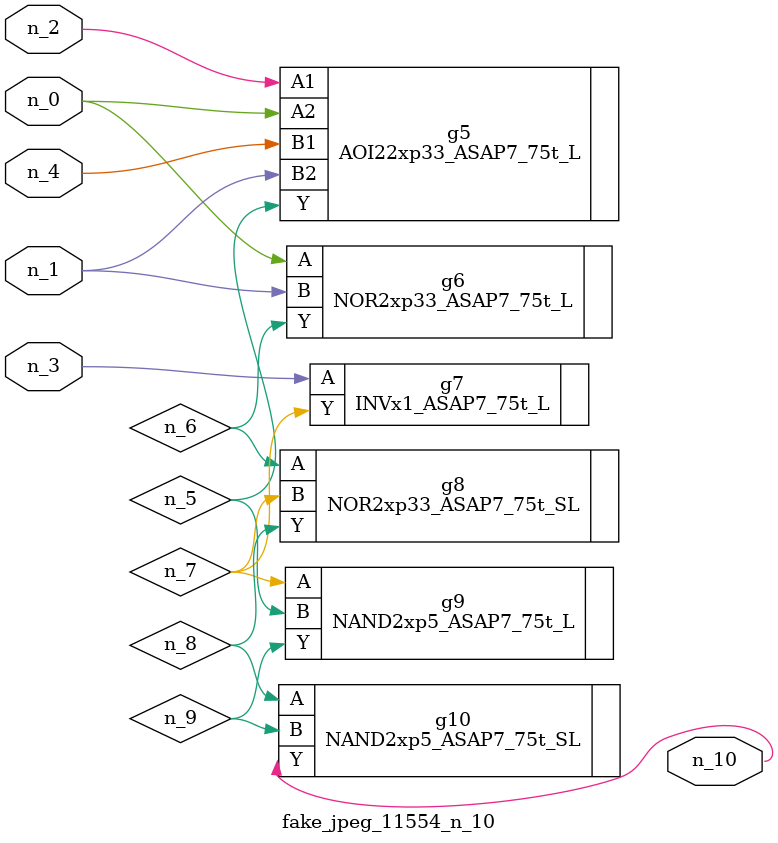
<source format=v>
module fake_jpeg_11554_n_10 (n_3, n_2, n_1, n_0, n_4, n_10);

input n_3;
input n_2;
input n_1;
input n_0;
input n_4;

output n_10;

wire n_8;
wire n_9;
wire n_6;
wire n_5;
wire n_7;

AOI22xp33_ASAP7_75t_L g5 ( 
.A1(n_2),
.A2(n_0),
.B1(n_4),
.B2(n_1),
.Y(n_5)
);

NOR2xp33_ASAP7_75t_L g6 ( 
.A(n_0),
.B(n_1),
.Y(n_6)
);

INVx1_ASAP7_75t_L g7 ( 
.A(n_3),
.Y(n_7)
);

NOR2xp33_ASAP7_75t_SL g8 ( 
.A(n_6),
.B(n_7),
.Y(n_8)
);

NAND2xp5_ASAP7_75t_SL g10 ( 
.A(n_8),
.B(n_9),
.Y(n_10)
);

NAND2xp5_ASAP7_75t_L g9 ( 
.A(n_7),
.B(n_5),
.Y(n_9)
);


endmodule
</source>
